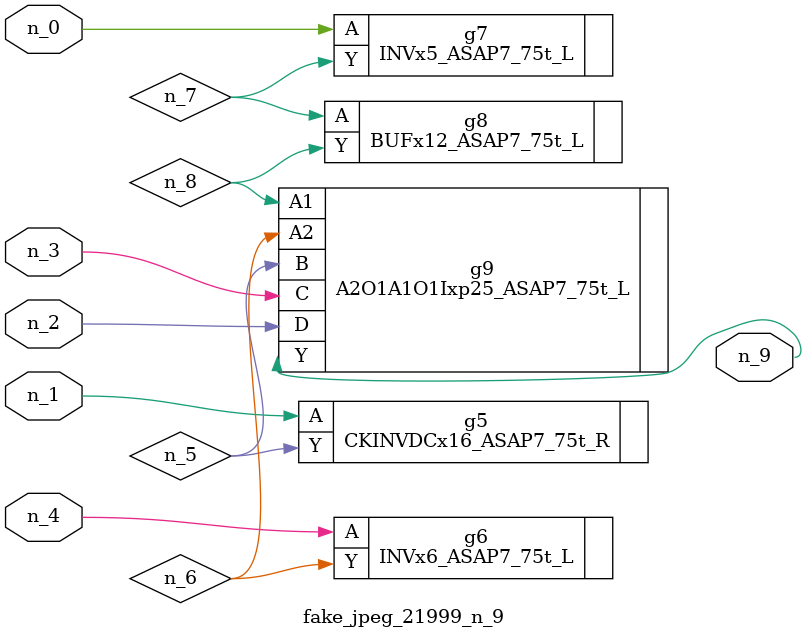
<source format=v>
module fake_jpeg_21999_n_9 (n_3, n_2, n_1, n_0, n_4, n_9);

input n_3;
input n_2;
input n_1;
input n_0;
input n_4;

output n_9;

wire n_8;
wire n_6;
wire n_5;
wire n_7;

CKINVDCx16_ASAP7_75t_R g5 ( 
.A(n_1),
.Y(n_5)
);

INVx6_ASAP7_75t_L g6 ( 
.A(n_4),
.Y(n_6)
);

INVx5_ASAP7_75t_L g7 ( 
.A(n_0),
.Y(n_7)
);

BUFx12_ASAP7_75t_L g8 ( 
.A(n_7),
.Y(n_8)
);

A2O1A1O1Ixp25_ASAP7_75t_L g9 ( 
.A1(n_8),
.A2(n_6),
.B(n_5),
.C(n_3),
.D(n_2),
.Y(n_9)
);


endmodule
</source>
